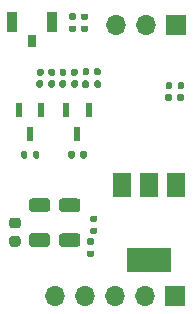
<source format=gbr>
%TF.GenerationSoftware,KiCad,Pcbnew,5.1.9*%
%TF.CreationDate,2021-01-18T23:58:31+01:00*%
%TF.ProjectId,wi-se-opi4,77692d73-652d-46f7-9069-342e6b696361,rev?*%
%TF.SameCoordinates,Original*%
%TF.FileFunction,Soldermask,Bot*%
%TF.FilePolarity,Negative*%
%FSLAX46Y46*%
G04 Gerber Fmt 4.6, Leading zero omitted, Abs format (unit mm)*
G04 Created by KiCad (PCBNEW 5.1.9) date 2021-01-18 23:58:31*
%MOMM*%
%LPD*%
G01*
G04 APERTURE LIST*
%ADD10R,1.700000X1.700000*%
%ADD11O,1.700000X1.700000*%
%ADD12R,0.568000X1.207999*%
%ADD13R,0.900000X1.700000*%
%ADD14R,0.800000X1.100000*%
%ADD15R,3.800000X2.000000*%
%ADD16R,1.500000X2.000000*%
G04 APERTURE END LIST*
%TO.C,C2*%
G36*
G01*
X101498161Y-84103640D02*
X100198159Y-84103640D01*
G75*
G02*
X99948160Y-83853641I0J249999D01*
G01*
X99948160Y-83203639D01*
G75*
G02*
X100198159Y-82953640I249999J0D01*
G01*
X101498161Y-82953640D01*
G75*
G02*
X101748160Y-83203639I0J-249999D01*
G01*
X101748160Y-83853641D01*
G75*
G02*
X101498161Y-84103640I-249999J0D01*
G01*
G37*
G36*
G01*
X101498161Y-87053640D02*
X100198159Y-87053640D01*
G75*
G02*
X99948160Y-86803641I0J249999D01*
G01*
X99948160Y-86153639D01*
G75*
G02*
X100198159Y-85903640I249999J0D01*
G01*
X101498161Y-85903640D01*
G75*
G02*
X101748160Y-86153639I0J-249999D01*
G01*
X101748160Y-86803641D01*
G75*
G02*
X101498161Y-87053640I-249999J0D01*
G01*
G37*
%TD*%
D10*
%TO.C,J2*%
X109750000Y-91250000D03*
D11*
X107210000Y-91250000D03*
X104670000Y-91250000D03*
X102130000Y-91250000D03*
X99590000Y-91250000D03*
%TD*%
D12*
%TO.C,Q1*%
X101500000Y-77489560D03*
X102450001Y-75447561D03*
X100549999Y-75447561D03*
%TD*%
D10*
%TO.C,J1*%
X109840000Y-68300000D03*
D11*
X107300000Y-68300000D03*
X104760000Y-68300000D03*
%TD*%
D12*
%TO.C,Q2*%
X96549999Y-75479001D03*
X98450001Y-75479001D03*
X97500000Y-77521000D03*
%TD*%
D13*
%TO.C,SW2*%
X99319820Y-67998760D03*
X95919820Y-67998760D03*
D14*
X97619820Y-69638760D03*
%TD*%
%TO.C,C5*%
G36*
G01*
X98942921Y-87043480D02*
X97642919Y-87043480D01*
G75*
G02*
X97392920Y-86793481I0J249999D01*
G01*
X97392920Y-86143479D01*
G75*
G02*
X97642919Y-85893480I249999J0D01*
G01*
X98942921Y-85893480D01*
G75*
G02*
X99192920Y-86143479I0J-249999D01*
G01*
X99192920Y-86793481D01*
G75*
G02*
X98942921Y-87043480I-249999J0D01*
G01*
G37*
G36*
G01*
X98942921Y-84093480D02*
X97642919Y-84093480D01*
G75*
G02*
X97392920Y-83843481I0J249999D01*
G01*
X97392920Y-83193479D01*
G75*
G02*
X97642919Y-82943480I249999J0D01*
G01*
X98942921Y-82943480D01*
G75*
G02*
X99192920Y-83193479I0J-249999D01*
G01*
X99192920Y-83843481D01*
G75*
G02*
X98942921Y-84093480I-249999J0D01*
G01*
G37*
%TD*%
%TO.C,C6*%
G36*
G01*
X96460120Y-87036360D02*
X95960120Y-87036360D01*
G75*
G02*
X95735120Y-86811360I0J225000D01*
G01*
X95735120Y-86361360D01*
G75*
G02*
X95960120Y-86136360I225000J0D01*
G01*
X96460120Y-86136360D01*
G75*
G02*
X96685120Y-86361360I0J-225000D01*
G01*
X96685120Y-86811360D01*
G75*
G02*
X96460120Y-87036360I-225000J0D01*
G01*
G37*
G36*
G01*
X96460120Y-85486360D02*
X95960120Y-85486360D01*
G75*
G02*
X95735120Y-85261360I0J225000D01*
G01*
X95735120Y-84811360D01*
G75*
G02*
X95960120Y-84586360I225000J0D01*
G01*
X96460120Y-84586360D01*
G75*
G02*
X96685120Y-84811360I0J-225000D01*
G01*
X96685120Y-85261360D01*
G75*
G02*
X96460120Y-85486360I-225000J0D01*
G01*
G37*
%TD*%
%TO.C,C7*%
G36*
G01*
X98071400Y-72433000D02*
X98071400Y-72093000D01*
G75*
G02*
X98211400Y-71953000I140000J0D01*
G01*
X98491400Y-71953000D01*
G75*
G02*
X98631400Y-72093000I0J-140000D01*
G01*
X98631400Y-72433000D01*
G75*
G02*
X98491400Y-72573000I-140000J0D01*
G01*
X98211400Y-72573000D01*
G75*
G02*
X98071400Y-72433000I0J140000D01*
G01*
G37*
G36*
G01*
X99031400Y-72433000D02*
X99031400Y-72093000D01*
G75*
G02*
X99171400Y-71953000I140000J0D01*
G01*
X99451400Y-71953000D01*
G75*
G02*
X99591400Y-72093000I0J-140000D01*
G01*
X99591400Y-72433000D01*
G75*
G02*
X99451400Y-72573000I-140000J0D01*
G01*
X99171400Y-72573000D01*
G75*
G02*
X99031400Y-72433000I0J140000D01*
G01*
G37*
%TD*%
%TO.C,C8*%
G36*
G01*
X100550000Y-72093000D02*
X100550000Y-72433000D01*
G75*
G02*
X100410000Y-72573000I-140000J0D01*
G01*
X100130000Y-72573000D01*
G75*
G02*
X99990000Y-72433000I0J140000D01*
G01*
X99990000Y-72093000D01*
G75*
G02*
X100130000Y-71953000I140000J0D01*
G01*
X100410000Y-71953000D01*
G75*
G02*
X100550000Y-72093000I0J-140000D01*
G01*
G37*
G36*
G01*
X101510000Y-72093000D02*
X101510000Y-72433000D01*
G75*
G02*
X101370000Y-72573000I-140000J0D01*
G01*
X101090000Y-72573000D01*
G75*
G02*
X100950000Y-72433000I0J140000D01*
G01*
X100950000Y-72093000D01*
G75*
G02*
X101090000Y-71953000I140000J0D01*
G01*
X101370000Y-71953000D01*
G75*
G02*
X101510000Y-72093000I0J-140000D01*
G01*
G37*
%TD*%
%TO.C,C9*%
G36*
G01*
X101938000Y-72388000D02*
X101938000Y-72048000D01*
G75*
G02*
X102078000Y-71908000I140000J0D01*
G01*
X102358000Y-71908000D01*
G75*
G02*
X102498000Y-72048000I0J-140000D01*
G01*
X102498000Y-72388000D01*
G75*
G02*
X102358000Y-72528000I-140000J0D01*
G01*
X102078000Y-72528000D01*
G75*
G02*
X101938000Y-72388000I0J140000D01*
G01*
G37*
G36*
G01*
X102898000Y-72388000D02*
X102898000Y-72048000D01*
G75*
G02*
X103038000Y-71908000I140000J0D01*
G01*
X103318000Y-71908000D01*
G75*
G02*
X103458000Y-72048000I0J-140000D01*
G01*
X103458000Y-72388000D01*
G75*
G02*
X103318000Y-72528000I-140000J0D01*
G01*
X103038000Y-72528000D01*
G75*
G02*
X102898000Y-72388000I0J140000D01*
G01*
G37*
%TD*%
%TO.C,R1*%
G36*
G01*
X108970000Y-73591000D02*
X108970000Y-73221000D01*
G75*
G02*
X109105000Y-73086000I135000J0D01*
G01*
X109375000Y-73086000D01*
G75*
G02*
X109510000Y-73221000I0J-135000D01*
G01*
X109510000Y-73591000D01*
G75*
G02*
X109375000Y-73726000I-135000J0D01*
G01*
X109105000Y-73726000D01*
G75*
G02*
X108970000Y-73591000I0J135000D01*
G01*
G37*
G36*
G01*
X109990000Y-73591000D02*
X109990000Y-73221000D01*
G75*
G02*
X110125000Y-73086000I135000J0D01*
G01*
X110395000Y-73086000D01*
G75*
G02*
X110530000Y-73221000I0J-135000D01*
G01*
X110530000Y-73591000D01*
G75*
G02*
X110395000Y-73726000I-135000J0D01*
G01*
X110125000Y-73726000D01*
G75*
G02*
X109990000Y-73591000I0J135000D01*
G01*
G37*
%TD*%
%TO.C,R2*%
G36*
G01*
X109968000Y-74607000D02*
X109968000Y-74237000D01*
G75*
G02*
X110103000Y-74102000I135000J0D01*
G01*
X110373000Y-74102000D01*
G75*
G02*
X110508000Y-74237000I0J-135000D01*
G01*
X110508000Y-74607000D01*
G75*
G02*
X110373000Y-74742000I-135000J0D01*
G01*
X110103000Y-74742000D01*
G75*
G02*
X109968000Y-74607000I0J135000D01*
G01*
G37*
G36*
G01*
X108948000Y-74607000D02*
X108948000Y-74237000D01*
G75*
G02*
X109083000Y-74102000I135000J0D01*
G01*
X109353000Y-74102000D01*
G75*
G02*
X109488000Y-74237000I0J-135000D01*
G01*
X109488000Y-74607000D01*
G75*
G02*
X109353000Y-74742000I-135000J0D01*
G01*
X109083000Y-74742000D01*
G75*
G02*
X108948000Y-74607000I0J135000D01*
G01*
G37*
%TD*%
%TO.C,R3*%
G36*
G01*
X103055000Y-84951600D02*
X102685000Y-84951600D01*
G75*
G02*
X102550000Y-84816600I0J135000D01*
G01*
X102550000Y-84546600D01*
G75*
G02*
X102685000Y-84411600I135000J0D01*
G01*
X103055000Y-84411600D01*
G75*
G02*
X103190000Y-84546600I0J-135000D01*
G01*
X103190000Y-84816600D01*
G75*
G02*
X103055000Y-84951600I-135000J0D01*
G01*
G37*
G36*
G01*
X103055000Y-85971600D02*
X102685000Y-85971600D01*
G75*
G02*
X102550000Y-85836600I0J135000D01*
G01*
X102550000Y-85566600D01*
G75*
G02*
X102685000Y-85431600I135000J0D01*
G01*
X103055000Y-85431600D01*
G75*
G02*
X103190000Y-85566600I0J-135000D01*
G01*
X103190000Y-85836600D01*
G75*
G02*
X103055000Y-85971600I-135000J0D01*
G01*
G37*
%TD*%
%TO.C,R4*%
G36*
G01*
X102431000Y-87362000D02*
X102801000Y-87362000D01*
G75*
G02*
X102936000Y-87497000I0J-135000D01*
G01*
X102936000Y-87767000D01*
G75*
G02*
X102801000Y-87902000I-135000J0D01*
G01*
X102431000Y-87902000D01*
G75*
G02*
X102296000Y-87767000I0J135000D01*
G01*
X102296000Y-87497000D01*
G75*
G02*
X102431000Y-87362000I135000J0D01*
G01*
G37*
G36*
G01*
X102431000Y-86342000D02*
X102801000Y-86342000D01*
G75*
G02*
X102936000Y-86477000I0J-135000D01*
G01*
X102936000Y-86747000D01*
G75*
G02*
X102801000Y-86882000I-135000J0D01*
G01*
X102431000Y-86882000D01*
G75*
G02*
X102296000Y-86747000I0J135000D01*
G01*
X102296000Y-86477000D01*
G75*
G02*
X102431000Y-86342000I135000J0D01*
G01*
G37*
%TD*%
%TO.C,R5*%
G36*
G01*
X98566000Y-73065000D02*
X98566000Y-73435000D01*
G75*
G02*
X98431000Y-73570000I-135000J0D01*
G01*
X98161000Y-73570000D01*
G75*
G02*
X98026000Y-73435000I0J135000D01*
G01*
X98026000Y-73065000D01*
G75*
G02*
X98161000Y-72930000I135000J0D01*
G01*
X98431000Y-72930000D01*
G75*
G02*
X98566000Y-73065000I0J-135000D01*
G01*
G37*
G36*
G01*
X99586000Y-73065000D02*
X99586000Y-73435000D01*
G75*
G02*
X99451000Y-73570000I-135000J0D01*
G01*
X99181000Y-73570000D01*
G75*
G02*
X99046000Y-73435000I0J135000D01*
G01*
X99046000Y-73065000D01*
G75*
G02*
X99181000Y-72930000I135000J0D01*
G01*
X99451000Y-72930000D01*
G75*
G02*
X99586000Y-73065000I0J-135000D01*
G01*
G37*
%TD*%
%TO.C,R6*%
G36*
G01*
X99970000Y-73435000D02*
X99970000Y-73065000D01*
G75*
G02*
X100105000Y-72930000I135000J0D01*
G01*
X100375000Y-72930000D01*
G75*
G02*
X100510000Y-73065000I0J-135000D01*
G01*
X100510000Y-73435000D01*
G75*
G02*
X100375000Y-73570000I-135000J0D01*
G01*
X100105000Y-73570000D01*
G75*
G02*
X99970000Y-73435000I0J135000D01*
G01*
G37*
G36*
G01*
X100990000Y-73435000D02*
X100990000Y-73065000D01*
G75*
G02*
X101125000Y-72930000I135000J0D01*
G01*
X101395000Y-72930000D01*
G75*
G02*
X101530000Y-73065000I0J-135000D01*
G01*
X101530000Y-73435000D01*
G75*
G02*
X101395000Y-73570000I-135000J0D01*
G01*
X101125000Y-73570000D01*
G75*
G02*
X100990000Y-73435000I0J135000D01*
G01*
G37*
%TD*%
%TO.C,R7*%
G36*
G01*
X103478000Y-73094000D02*
X103478000Y-73464000D01*
G75*
G02*
X103343000Y-73599000I-135000J0D01*
G01*
X103073000Y-73599000D01*
G75*
G02*
X102938000Y-73464000I0J135000D01*
G01*
X102938000Y-73094000D01*
G75*
G02*
X103073000Y-72959000I135000J0D01*
G01*
X103343000Y-72959000D01*
G75*
G02*
X103478000Y-73094000I0J-135000D01*
G01*
G37*
G36*
G01*
X102458000Y-73094000D02*
X102458000Y-73464000D01*
G75*
G02*
X102323000Y-73599000I-135000J0D01*
G01*
X102053000Y-73599000D01*
G75*
G02*
X101918000Y-73464000I0J135000D01*
G01*
X101918000Y-73094000D01*
G75*
G02*
X102053000Y-72959000I135000J0D01*
G01*
X102323000Y-72959000D01*
G75*
G02*
X102458000Y-73094000I0J-135000D01*
G01*
G37*
%TD*%
%TO.C,R8*%
G36*
G01*
X97740000Y-79435000D02*
X97740000Y-79065000D01*
G75*
G02*
X97875000Y-78930000I135000J0D01*
G01*
X98145000Y-78930000D01*
G75*
G02*
X98280000Y-79065000I0J-135000D01*
G01*
X98280000Y-79435000D01*
G75*
G02*
X98145000Y-79570000I-135000J0D01*
G01*
X97875000Y-79570000D01*
G75*
G02*
X97740000Y-79435000I0J135000D01*
G01*
G37*
G36*
G01*
X96720000Y-79435000D02*
X96720000Y-79065000D01*
G75*
G02*
X96855000Y-78930000I135000J0D01*
G01*
X97125000Y-78930000D01*
G75*
G02*
X97260000Y-79065000I0J-135000D01*
G01*
X97260000Y-79435000D01*
G75*
G02*
X97125000Y-79570000I-135000J0D01*
G01*
X96855000Y-79570000D01*
G75*
G02*
X96720000Y-79435000I0J135000D01*
G01*
G37*
%TD*%
%TO.C,R9*%
G36*
G01*
X102280000Y-79065000D02*
X102280000Y-79435000D01*
G75*
G02*
X102145000Y-79570000I-135000J0D01*
G01*
X101875000Y-79570000D01*
G75*
G02*
X101740000Y-79435000I0J135000D01*
G01*
X101740000Y-79065000D01*
G75*
G02*
X101875000Y-78930000I135000J0D01*
G01*
X102145000Y-78930000D01*
G75*
G02*
X102280000Y-79065000I0J-135000D01*
G01*
G37*
G36*
G01*
X101260000Y-79065000D02*
X101260000Y-79435000D01*
G75*
G02*
X101125000Y-79570000I-135000J0D01*
G01*
X100855000Y-79570000D01*
G75*
G02*
X100720000Y-79435000I0J135000D01*
G01*
X100720000Y-79065000D01*
G75*
G02*
X100855000Y-78930000I135000J0D01*
G01*
X101125000Y-78930000D01*
G75*
G02*
X101260000Y-79065000I0J-135000D01*
G01*
G37*
%TD*%
%TO.C,R11*%
G36*
G01*
X102293000Y-68854000D02*
X101923000Y-68854000D01*
G75*
G02*
X101788000Y-68719000I0J135000D01*
G01*
X101788000Y-68449000D01*
G75*
G02*
X101923000Y-68314000I135000J0D01*
G01*
X102293000Y-68314000D01*
G75*
G02*
X102428000Y-68449000I0J-135000D01*
G01*
X102428000Y-68719000D01*
G75*
G02*
X102293000Y-68854000I-135000J0D01*
G01*
G37*
G36*
G01*
X102293000Y-67834000D02*
X101923000Y-67834000D01*
G75*
G02*
X101788000Y-67699000I0J135000D01*
G01*
X101788000Y-67429000D01*
G75*
G02*
X101923000Y-67294000I135000J0D01*
G01*
X102293000Y-67294000D01*
G75*
G02*
X102428000Y-67429000I0J-135000D01*
G01*
X102428000Y-67699000D01*
G75*
G02*
X102293000Y-67834000I-135000J0D01*
G01*
G37*
%TD*%
%TO.C,R12*%
G36*
G01*
X101277000Y-68852000D02*
X100907000Y-68852000D01*
G75*
G02*
X100772000Y-68717000I0J135000D01*
G01*
X100772000Y-68447000D01*
G75*
G02*
X100907000Y-68312000I135000J0D01*
G01*
X101277000Y-68312000D01*
G75*
G02*
X101412000Y-68447000I0J-135000D01*
G01*
X101412000Y-68717000D01*
G75*
G02*
X101277000Y-68852000I-135000J0D01*
G01*
G37*
G36*
G01*
X101277000Y-67832000D02*
X100907000Y-67832000D01*
G75*
G02*
X100772000Y-67697000I0J135000D01*
G01*
X100772000Y-67427000D01*
G75*
G02*
X100907000Y-67292000I135000J0D01*
G01*
X101277000Y-67292000D01*
G75*
G02*
X101412000Y-67427000I0J-135000D01*
G01*
X101412000Y-67697000D01*
G75*
G02*
X101277000Y-67832000I-135000J0D01*
G01*
G37*
%TD*%
D15*
%TO.C,U1*%
X107569000Y-88138400D03*
D16*
X107569000Y-81838400D03*
X109869000Y-81838400D03*
X105269000Y-81838400D03*
%TD*%
M02*

</source>
